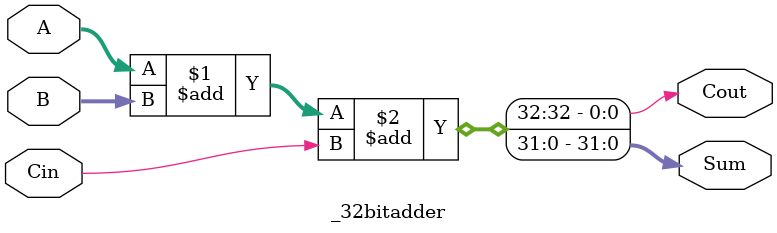
<source format=v>
module _32bitadder(  input[31:0] A,
                    input[31:0] B,
                    input Cin,
                    output[31:0] Sum,
                    output Cout);

                    assign {Cout,Sum}=A+B+Cin;
endmodule
</source>
